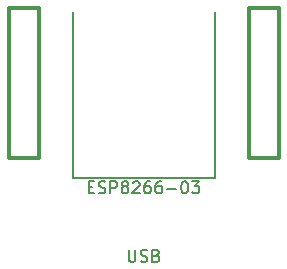
<source format=gto>
G04 (created by PCBNEW (2013-07-07 BZR 4022)-stable) date 11/24/2014 5:15:10 AM*
%MOIN*%
G04 Gerber Fmt 3.4, Leading zero omitted, Abs format*
%FSLAX34Y34*%
G01*
G70*
G90*
G04 APERTURE LIST*
%ADD10C,0.00590551*%
%ADD11C,0.012*%
%ADD12C,0.008*%
G04 APERTURE END LIST*
G54D10*
X77362Y-56149D02*
X77362Y-50637D01*
X72637Y-56149D02*
X72637Y-50637D01*
X72637Y-56149D02*
X77362Y-56149D01*
G54D11*
X79500Y-50500D02*
X78500Y-50500D01*
X78500Y-55500D02*
X79500Y-55500D01*
X79500Y-50500D02*
X79500Y-55500D01*
X78500Y-55500D02*
X78500Y-50500D01*
X70500Y-55500D02*
X71500Y-55500D01*
X71500Y-50500D02*
X70500Y-50500D01*
X70500Y-55500D02*
X70500Y-50500D01*
X71500Y-50500D02*
X71500Y-55500D01*
G54D10*
X73162Y-56457D02*
X73293Y-56457D01*
X73350Y-56663D02*
X73162Y-56663D01*
X73162Y-56269D01*
X73350Y-56269D01*
X73500Y-56644D02*
X73556Y-56663D01*
X73650Y-56663D01*
X73687Y-56644D01*
X73706Y-56625D01*
X73725Y-56588D01*
X73725Y-56550D01*
X73706Y-56513D01*
X73687Y-56494D01*
X73650Y-56475D01*
X73575Y-56457D01*
X73537Y-56438D01*
X73518Y-56419D01*
X73500Y-56382D01*
X73500Y-56344D01*
X73518Y-56307D01*
X73537Y-56288D01*
X73575Y-56269D01*
X73668Y-56269D01*
X73725Y-56288D01*
X73893Y-56663D02*
X73893Y-56269D01*
X74043Y-56269D01*
X74081Y-56288D01*
X74100Y-56307D01*
X74118Y-56344D01*
X74118Y-56400D01*
X74100Y-56438D01*
X74081Y-56457D01*
X74043Y-56475D01*
X73893Y-56475D01*
X74343Y-56438D02*
X74306Y-56419D01*
X74287Y-56400D01*
X74268Y-56363D01*
X74268Y-56344D01*
X74287Y-56307D01*
X74306Y-56288D01*
X74343Y-56269D01*
X74418Y-56269D01*
X74456Y-56288D01*
X74475Y-56307D01*
X74493Y-56344D01*
X74493Y-56363D01*
X74475Y-56400D01*
X74456Y-56419D01*
X74418Y-56438D01*
X74343Y-56438D01*
X74306Y-56457D01*
X74287Y-56475D01*
X74268Y-56513D01*
X74268Y-56588D01*
X74287Y-56625D01*
X74306Y-56644D01*
X74343Y-56663D01*
X74418Y-56663D01*
X74456Y-56644D01*
X74475Y-56625D01*
X74493Y-56588D01*
X74493Y-56513D01*
X74475Y-56475D01*
X74456Y-56457D01*
X74418Y-56438D01*
X74643Y-56307D02*
X74662Y-56288D01*
X74700Y-56269D01*
X74793Y-56269D01*
X74831Y-56288D01*
X74850Y-56307D01*
X74868Y-56344D01*
X74868Y-56382D01*
X74850Y-56438D01*
X74625Y-56663D01*
X74868Y-56663D01*
X75206Y-56269D02*
X75131Y-56269D01*
X75093Y-56288D01*
X75074Y-56307D01*
X75037Y-56363D01*
X75018Y-56438D01*
X75018Y-56588D01*
X75037Y-56625D01*
X75056Y-56644D01*
X75093Y-56663D01*
X75168Y-56663D01*
X75206Y-56644D01*
X75224Y-56625D01*
X75243Y-56588D01*
X75243Y-56494D01*
X75224Y-56457D01*
X75206Y-56438D01*
X75168Y-56419D01*
X75093Y-56419D01*
X75056Y-56438D01*
X75037Y-56457D01*
X75018Y-56494D01*
X75581Y-56269D02*
X75506Y-56269D01*
X75468Y-56288D01*
X75449Y-56307D01*
X75412Y-56363D01*
X75393Y-56438D01*
X75393Y-56588D01*
X75412Y-56625D01*
X75431Y-56644D01*
X75468Y-56663D01*
X75543Y-56663D01*
X75581Y-56644D01*
X75599Y-56625D01*
X75618Y-56588D01*
X75618Y-56494D01*
X75599Y-56457D01*
X75581Y-56438D01*
X75543Y-56419D01*
X75468Y-56419D01*
X75431Y-56438D01*
X75412Y-56457D01*
X75393Y-56494D01*
X75787Y-56513D02*
X76087Y-56513D01*
X76349Y-56269D02*
X76387Y-56269D01*
X76424Y-56288D01*
X76443Y-56307D01*
X76462Y-56344D01*
X76481Y-56419D01*
X76481Y-56513D01*
X76462Y-56588D01*
X76443Y-56625D01*
X76424Y-56644D01*
X76387Y-56663D01*
X76349Y-56663D01*
X76312Y-56644D01*
X76293Y-56625D01*
X76274Y-56588D01*
X76256Y-56513D01*
X76256Y-56419D01*
X76274Y-56344D01*
X76293Y-56307D01*
X76312Y-56288D01*
X76349Y-56269D01*
X76612Y-56269D02*
X76856Y-56269D01*
X76724Y-56419D01*
X76781Y-56419D01*
X76818Y-56438D01*
X76837Y-56457D01*
X76856Y-56494D01*
X76856Y-56588D01*
X76837Y-56625D01*
X76818Y-56644D01*
X76781Y-56663D01*
X76668Y-56663D01*
X76631Y-56644D01*
X76612Y-56625D01*
G54D12*
G54D10*
X74503Y-58553D02*
X74503Y-58871D01*
X74521Y-58909D01*
X74540Y-58928D01*
X74578Y-58946D01*
X74653Y-58946D01*
X74690Y-58928D01*
X74709Y-58909D01*
X74728Y-58871D01*
X74728Y-58553D01*
X74896Y-58928D02*
X74953Y-58946D01*
X75046Y-58946D01*
X75084Y-58928D01*
X75103Y-58909D01*
X75121Y-58871D01*
X75121Y-58834D01*
X75103Y-58796D01*
X75084Y-58778D01*
X75046Y-58759D01*
X74971Y-58740D01*
X74934Y-58721D01*
X74915Y-58703D01*
X74896Y-58665D01*
X74896Y-58628D01*
X74915Y-58590D01*
X74934Y-58571D01*
X74971Y-58553D01*
X75065Y-58553D01*
X75121Y-58571D01*
X75421Y-58740D02*
X75478Y-58759D01*
X75496Y-58778D01*
X75515Y-58815D01*
X75515Y-58871D01*
X75496Y-58909D01*
X75478Y-58928D01*
X75440Y-58946D01*
X75290Y-58946D01*
X75290Y-58553D01*
X75421Y-58553D01*
X75459Y-58571D01*
X75478Y-58590D01*
X75496Y-58628D01*
X75496Y-58665D01*
X75478Y-58703D01*
X75459Y-58721D01*
X75421Y-58740D01*
X75290Y-58740D01*
M02*

</source>
